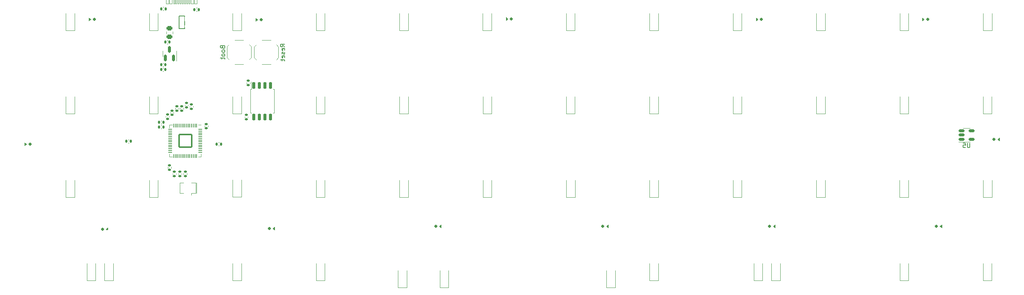
<source format=gbr>
%TF.GenerationSoftware,KiCad,Pcbnew,(6.0.7-1)-1*%
%TF.CreationDate,2022-08-22T03:12:19+03:00*%
%TF.ProjectId,Planck Drop In PCB,506c616e-636b-4204-9472-6f7020496e20,rev?*%
%TF.SameCoordinates,Original*%
%TF.FileFunction,Legend,Bot*%
%TF.FilePolarity,Positive*%
%FSLAX46Y46*%
G04 Gerber Fmt 4.6, Leading zero omitted, Abs format (unit mm)*
G04 Created by KiCad (PCBNEW (6.0.7-1)-1) date 2022-08-22 03:12:19*
%MOMM*%
%LPD*%
G01*
G04 APERTURE LIST*
G04 Aperture macros list*
%AMRoundRect*
0 Rectangle with rounded corners*
0 $1 Rounding radius*
0 $2 $3 $4 $5 $6 $7 $8 $9 X,Y pos of 4 corners*
0 Add a 4 corners polygon primitive as box body*
4,1,4,$2,$3,$4,$5,$6,$7,$8,$9,$2,$3,0*
0 Add four circle primitives for the rounded corners*
1,1,$1+$1,$2,$3*
1,1,$1+$1,$4,$5*
1,1,$1+$1,$6,$7*
1,1,$1+$1,$8,$9*
0 Add four rect primitives between the rounded corners*
20,1,$1+$1,$2,$3,$4,$5,0*
20,1,$1+$1,$4,$5,$6,$7,0*
20,1,$1+$1,$6,$7,$8,$9,0*
20,1,$1+$1,$8,$9,$2,$3,0*%
G04 Aperture macros list end*
%ADD10C,0.150000*%
%ADD11C,0.120000*%
%ADD12C,0.100000*%
%ADD13C,1.750000*%
%ADD14C,3.987800*%
%ADD15C,2.250000*%
%ADD16C,3.048000*%
%ADD17R,2.000000X2.000000*%
%ADD18C,2.000000*%
%ADD19R,2.000000X3.200000*%
%ADD20RoundRect,0.140000X0.140000X0.170000X-0.140000X0.170000X-0.140000X-0.170000X0.140000X-0.170000X0*%
%ADD21R,1.200000X0.900000*%
%ADD22RoundRect,0.175000X-0.175000X-0.175000X0.175000X-0.175000X0.175000X0.175000X-0.175000X0.175000X0*%
%ADD23R,0.700000X0.700000*%
%ADD24RoundRect,0.140000X0.170000X-0.140000X0.170000X0.140000X-0.170000X0.140000X-0.170000X-0.140000X0*%
%ADD25RoundRect,0.175000X0.175000X0.175000X-0.175000X0.175000X-0.175000X-0.175000X0.175000X-0.175000X0*%
%ADD26RoundRect,0.135000X-0.135000X-0.185000X0.135000X-0.185000X0.135000X0.185000X-0.135000X0.185000X0*%
%ADD27RoundRect,0.140000X-0.140000X-0.170000X0.140000X-0.170000X0.140000X0.170000X-0.140000X0.170000X0*%
%ADD28RoundRect,0.140000X-0.170000X0.140000X-0.170000X-0.140000X0.170000X-0.140000X0.170000X0.140000X0*%
%ADD29RoundRect,0.135000X0.135000X0.185000X-0.135000X0.185000X-0.135000X-0.185000X0.135000X-0.185000X0*%
%ADD30RoundRect,0.150000X-0.150000X0.650000X-0.150000X-0.650000X0.150000X-0.650000X0.150000X0.650000X0*%
%ADD31R,0.700000X1.000000*%
%ADD32R,0.700000X0.600000*%
%ADD33RoundRect,0.135000X-0.185000X0.135000X-0.185000X-0.135000X0.185000X-0.135000X0.185000X0.135000X0*%
%ADD34C,0.750000*%
%ADD35RoundRect,0.050000X-0.300000X-0.725000X0.300000X-0.725000X0.300000X0.725000X-0.300000X0.725000X0*%
%ADD36RoundRect,0.050000X-0.150000X-0.725000X0.150000X-0.725000X0.150000X0.725000X-0.150000X0.725000X0*%
%ADD37O,1.100000X1.700000*%
%ADD38O,1.100000X2.200000*%
%ADD39RoundRect,0.150000X0.150000X-0.587500X0.150000X0.587500X-0.150000X0.587500X-0.150000X-0.587500X0*%
%ADD40RoundRect,0.135000X0.185000X-0.135000X0.185000X0.135000X-0.185000X0.135000X-0.185000X-0.135000X0*%
%ADD41R,1.000000X1.700000*%
%ADD42R,0.400000X1.900000*%
%ADD43RoundRect,0.050000X0.387500X0.050000X-0.387500X0.050000X-0.387500X-0.050000X0.387500X-0.050000X0*%
%ADD44RoundRect,0.050000X0.050000X0.387500X-0.050000X0.387500X-0.050000X-0.387500X0.050000X-0.387500X0*%
%ADD45RoundRect,0.144000X1.456000X1.456000X-1.456000X1.456000X-1.456000X-1.456000X1.456000X-1.456000X0*%
%ADD46RoundRect,0.150000X-0.512500X-0.150000X0.512500X-0.150000X0.512500X0.150000X-0.512500X0.150000X0*%
%ADD47RoundRect,0.243750X-0.456250X0.243750X-0.456250X-0.243750X0.456250X-0.243750X0.456250X0.243750X0*%
%ADD48C,0.800000*%
%ADD49C,0.600000*%
G04 APERTURE END LIST*
D10*
%TO.C,SW6*%
X97092380Y-70991904D02*
X96616190Y-70658571D01*
X97092380Y-70420476D02*
X96092380Y-70420476D01*
X96092380Y-70801428D01*
X96140000Y-70896666D01*
X96187619Y-70944285D01*
X96282857Y-70991904D01*
X96425714Y-70991904D01*
X96520952Y-70944285D01*
X96568571Y-70896666D01*
X96616190Y-70801428D01*
X96616190Y-70420476D01*
X97044761Y-71801428D02*
X97092380Y-71706190D01*
X97092380Y-71515714D01*
X97044761Y-71420476D01*
X96949523Y-71372857D01*
X96568571Y-71372857D01*
X96473333Y-71420476D01*
X96425714Y-71515714D01*
X96425714Y-71706190D01*
X96473333Y-71801428D01*
X96568571Y-71849047D01*
X96663809Y-71849047D01*
X96759047Y-71372857D01*
X97044761Y-72230000D02*
X97092380Y-72325238D01*
X97092380Y-72515714D01*
X97044761Y-72610952D01*
X96949523Y-72658571D01*
X96901904Y-72658571D01*
X96806666Y-72610952D01*
X96759047Y-72515714D01*
X96759047Y-72372857D01*
X96711428Y-72277619D01*
X96616190Y-72230000D01*
X96568571Y-72230000D01*
X96473333Y-72277619D01*
X96425714Y-72372857D01*
X96425714Y-72515714D01*
X96473333Y-72610952D01*
X97044761Y-73468095D02*
X97092380Y-73372857D01*
X97092380Y-73182380D01*
X97044761Y-73087142D01*
X96949523Y-73039523D01*
X96568571Y-73039523D01*
X96473333Y-73087142D01*
X96425714Y-73182380D01*
X96425714Y-73372857D01*
X96473333Y-73468095D01*
X96568571Y-73515714D01*
X96663809Y-73515714D01*
X96759047Y-73039523D01*
X96425714Y-73801428D02*
X96425714Y-74182380D01*
X96092380Y-73944285D02*
X96949523Y-73944285D01*
X97044761Y-73991904D01*
X97092380Y-74087142D01*
X97092380Y-74182380D01*
%TO.C,U5*%
X253221904Y-92962380D02*
X253221904Y-93771904D01*
X253174285Y-93867142D01*
X253126666Y-93914761D01*
X253031428Y-93962380D01*
X252840952Y-93962380D01*
X252745714Y-93914761D01*
X252698095Y-93867142D01*
X252650476Y-93771904D01*
X252650476Y-92962380D01*
X251698095Y-92962380D02*
X252174285Y-92962380D01*
X252221904Y-93438571D01*
X252174285Y-93390952D01*
X252079047Y-93343333D01*
X251840952Y-93343333D01*
X251745714Y-93390952D01*
X251698095Y-93438571D01*
X251650476Y-93533809D01*
X251650476Y-93771904D01*
X251698095Y-93867142D01*
X251745714Y-93914761D01*
X251840952Y-93962380D01*
X252079047Y-93962380D01*
X252174285Y-93914761D01*
X252221904Y-93867142D01*
%TO.C,SW5*%
X82918571Y-71090952D02*
X82966190Y-71233809D01*
X83013809Y-71281428D01*
X83109047Y-71329047D01*
X83251904Y-71329047D01*
X83347142Y-71281428D01*
X83394761Y-71233809D01*
X83442380Y-71138571D01*
X83442380Y-70757619D01*
X82442380Y-70757619D01*
X82442380Y-71090952D01*
X82490000Y-71186190D01*
X82537619Y-71233809D01*
X82632857Y-71281428D01*
X82728095Y-71281428D01*
X82823333Y-71233809D01*
X82870952Y-71186190D01*
X82918571Y-71090952D01*
X82918571Y-70757619D01*
X83442380Y-71900476D02*
X83394761Y-71805238D01*
X83347142Y-71757619D01*
X83251904Y-71710000D01*
X82966190Y-71710000D01*
X82870952Y-71757619D01*
X82823333Y-71805238D01*
X82775714Y-71900476D01*
X82775714Y-72043333D01*
X82823333Y-72138571D01*
X82870952Y-72186190D01*
X82966190Y-72233809D01*
X83251904Y-72233809D01*
X83347142Y-72186190D01*
X83394761Y-72138571D01*
X83442380Y-72043333D01*
X83442380Y-71900476D01*
X83442380Y-72805238D02*
X83394761Y-72710000D01*
X83347142Y-72662380D01*
X83251904Y-72614761D01*
X82966190Y-72614761D01*
X82870952Y-72662380D01*
X82823333Y-72710000D01*
X82775714Y-72805238D01*
X82775714Y-72948095D01*
X82823333Y-73043333D01*
X82870952Y-73090952D01*
X82966190Y-73138571D01*
X83251904Y-73138571D01*
X83347142Y-73090952D01*
X83394761Y-73043333D01*
X83442380Y-72948095D01*
X83442380Y-72805238D01*
X82775714Y-73424285D02*
X82775714Y-73805238D01*
X82442380Y-73567142D02*
X83299523Y-73567142D01*
X83394761Y-73614761D01*
X83442380Y-73710000D01*
X83442380Y-73805238D01*
D11*
%TO.C,C2*%
X69497836Y-74750000D02*
X69282164Y-74750000D01*
X69497836Y-75470000D02*
X69282164Y-75470000D01*
%TO.C,D43*%
X237220000Y-105260000D02*
X237220000Y-101360000D01*
X239220000Y-105260000D02*
X237220000Y-105260000D01*
X239220000Y-105260000D02*
X239220000Y-101360000D01*
%TO.C,D9*%
X87220000Y-67260000D02*
X87220000Y-63360000D01*
X87220000Y-67260000D02*
X85220000Y-67260000D01*
X85220000Y-67260000D02*
X85220000Y-63360000D01*
%TO.C,D33*%
X201220000Y-67260000D02*
X199220000Y-67260000D01*
X201220000Y-67260000D02*
X201220000Y-63360000D01*
X199220000Y-67260000D02*
X199220000Y-63360000D01*
%TO.C,D21*%
X142220000Y-67260000D02*
X142220000Y-63360000D01*
X144220000Y-67260000D02*
X142220000Y-67260000D01*
X144220000Y-67260000D02*
X144220000Y-63360000D01*
%TO.C,D56*%
G36*
X56770000Y-112950000D02*
G01*
X56320000Y-112600000D01*
X56770000Y-112250000D01*
X56770000Y-112950000D01*
G37*
D12*
X56770000Y-112950000D02*
X56320000Y-112600000D01*
X56770000Y-112250000D01*
X56770000Y-112950000D01*
D11*
%TO.C,C6*%
X76200000Y-84737836D02*
X76200000Y-84522164D01*
X75480000Y-84737836D02*
X75480000Y-84522164D01*
%TO.C,C10*%
X69057836Y-88550000D02*
X68842164Y-88550000D01*
X69057836Y-87830000D02*
X68842164Y-87830000D01*
%TO.C,D50*%
G36*
X242790000Y-64730000D02*
G01*
X242340000Y-65080000D01*
X242340000Y-64380000D01*
X242790000Y-64730000D01*
G37*
D12*
X242790000Y-64730000D02*
X242340000Y-65080000D01*
X242340000Y-64380000D01*
X242790000Y-64730000D01*
D11*
%TO.C,D24*%
X134410000Y-125900000D02*
X134410000Y-122000000D01*
X134410000Y-125900000D02*
X132410000Y-125900000D01*
X132410000Y-125900000D02*
X132410000Y-122000000D01*
%TO.C,R2*%
X76866359Y-62910000D02*
X77173641Y-62910000D01*
X76866359Y-62150000D02*
X77173641Y-62150000D01*
%TO.C,D7*%
X68220000Y-105260000D02*
X66220000Y-105260000D01*
X66220000Y-105260000D02*
X66220000Y-101360000D01*
X68220000Y-105260000D02*
X68220000Y-101360000D01*
%TO.C,C7*%
X79590000Y-89207836D02*
X79590000Y-88992164D01*
X78870000Y-89207836D02*
X78870000Y-88992164D01*
%TO.C,C11*%
X81962164Y-93520000D02*
X82177836Y-93520000D01*
X81962164Y-92800000D02*
X82177836Y-92800000D01*
%TO.C,D54*%
G36*
X52910000Y-64740000D02*
G01*
X52460000Y-65090000D01*
X52460000Y-64390000D01*
X52910000Y-64740000D01*
G37*
D12*
X52910000Y-64740000D02*
X52460000Y-65090000D01*
X52460000Y-64390000D01*
X52910000Y-64740000D01*
D11*
%TO.C,D32*%
X182230000Y-124270000D02*
X180230000Y-124270000D01*
X182230000Y-124270000D02*
X182230000Y-120370000D01*
X180230000Y-124270000D02*
X180230000Y-120370000D01*
%TO.C,C12*%
X72850000Y-99862164D02*
X72850000Y-100077836D01*
X73570000Y-99862164D02*
X73570000Y-100077836D01*
%TO.C,R1*%
X69573641Y-61980000D02*
X69266359Y-61980000D01*
X69573641Y-62740000D02*
X69266359Y-62740000D01*
%TO.C,U4*%
X89235000Y-83370000D02*
X89235000Y-80645000D01*
X89235000Y-80645000D02*
X89495000Y-80645000D01*
X94685000Y-86095000D02*
X94425000Y-86095000D01*
X89235000Y-86095000D02*
X89495000Y-86095000D01*
X89495000Y-80645000D02*
X89495000Y-78970000D01*
X94685000Y-83370000D02*
X94685000Y-80645000D01*
X94685000Y-80645000D02*
X94425000Y-80645000D01*
X94685000Y-83370000D02*
X94685000Y-86095000D01*
X89235000Y-83370000D02*
X89235000Y-86095000D01*
%TO.C,D29*%
X180220000Y-67260000D02*
X180220000Y-63360000D01*
X182220000Y-67260000D02*
X182220000Y-63360000D01*
X182220000Y-67260000D02*
X180220000Y-67260000D01*
%TO.C,D25*%
X161220000Y-67260000D02*
X161220000Y-63360000D01*
X163220000Y-67260000D02*
X161220000Y-67260000D01*
X163220000Y-67260000D02*
X163220000Y-63360000D01*
%TO.C,C_LDO2*%
X69497836Y-76550000D02*
X69282164Y-76550000D01*
X69497836Y-75830000D02*
X69282164Y-75830000D01*
%TO.C,D61*%
G36*
X246800000Y-112230000D02*
G01*
X246350000Y-111880000D01*
X246800000Y-111530000D01*
X246800000Y-112230000D01*
G37*
D12*
X246800000Y-112230000D02*
X246350000Y-111880000D01*
X246800000Y-111530000D01*
X246800000Y-112230000D01*
D11*
%TO.C,C5*%
X69057836Y-89630000D02*
X68842164Y-89630000D01*
X69057836Y-88910000D02*
X68842164Y-88910000D01*
%TO.C,D44*%
X237230000Y-124260000D02*
X237230000Y-120360000D01*
X239230000Y-124260000D02*
X237230000Y-124260000D01*
X239230000Y-124260000D02*
X239230000Y-120360000D01*
%TO.C,D42*%
X239230000Y-86260000D02*
X239230000Y-82360000D01*
X239230000Y-86260000D02*
X237230000Y-86260000D01*
X237230000Y-86260000D02*
X237230000Y-82360000D01*
%TO.C,C9*%
X88690000Y-87107836D02*
X88690000Y-86892164D01*
X87970000Y-87107836D02*
X87970000Y-86892164D01*
%TO.C,D27*%
X163230000Y-105270000D02*
X161230000Y-105270000D01*
X163230000Y-105270000D02*
X163230000Y-101370000D01*
X161230000Y-105270000D02*
X161230000Y-101370000D01*
%TO.C,D58*%
G36*
X132740000Y-112260000D02*
G01*
X132290000Y-111910000D01*
X132740000Y-111560000D01*
X132740000Y-112260000D01*
G37*
D12*
X132740000Y-112260000D02*
X132290000Y-111910000D01*
X132740000Y-111560000D01*
X132740000Y-112260000D01*
D11*
%TO.C,D34*%
X201220000Y-86260000D02*
X199220000Y-86260000D01*
X201220000Y-86260000D02*
X201220000Y-82360000D01*
X199220000Y-86260000D02*
X199220000Y-82360000D01*
D10*
%TO.C,U2*%
X74280000Y-66870000D02*
X72980000Y-66870000D01*
X74280000Y-63970000D02*
X74280000Y-66870000D01*
X72980000Y-63970000D02*
X74280000Y-63970000D01*
X72980000Y-63970000D02*
X72980000Y-66870000D01*
D11*
%TO.C,R5*%
X72140000Y-84913859D02*
X72140000Y-85221141D01*
X72900000Y-84913859D02*
X72900000Y-85221141D01*
%TO.C,D10*%
X87220000Y-86260000D02*
X87220000Y-82360000D01*
X87220000Y-86260000D02*
X85220000Y-86260000D01*
X85220000Y-86260000D02*
X85220000Y-82360000D01*
%TO.C,D41*%
X239230000Y-67260000D02*
X237230000Y-67260000D01*
X237230000Y-67260000D02*
X237230000Y-63360000D01*
X239230000Y-67260000D02*
X239230000Y-63360000D01*
%TO.C,D51*%
G36*
X204920000Y-64730000D02*
G01*
X204470000Y-65080000D01*
X204470000Y-64380000D01*
X204920000Y-64730000D01*
G37*
D12*
X204920000Y-64730000D02*
X204470000Y-65080000D01*
X204470000Y-64380000D01*
X204920000Y-64730000D01*
D11*
%TO.C,R4*%
X73230000Y-84906359D02*
X73230000Y-85213641D01*
X73990000Y-84906359D02*
X73990000Y-85213641D01*
%TO.C,U1*%
X72380000Y-72570000D02*
X72380000Y-74245000D01*
X72380000Y-72570000D02*
X72380000Y-71920000D01*
X69260000Y-72570000D02*
X69260000Y-71920000D01*
X69260000Y-72570000D02*
X69260000Y-73220000D01*
%TO.C,D4*%
X53980000Y-124270000D02*
X51980000Y-124270000D01*
X51980000Y-124270000D02*
X51980000Y-120370000D01*
X53980000Y-124270000D02*
X53980000Y-120370000D01*
%TO.C,D20*%
X124910000Y-125890000D02*
X122910000Y-125890000D01*
X124910000Y-125890000D02*
X124910000Y-121990000D01*
X122910000Y-125890000D02*
X122910000Y-121990000D01*
%TO.C,D1*%
X49230000Y-67260000D02*
X47230000Y-67260000D01*
X49230000Y-67260000D02*
X49230000Y-63360000D01*
X47230000Y-67260000D02*
X47230000Y-63360000D01*
%TO.C,D46*%
X258220000Y-86260000D02*
X256220000Y-86260000D01*
X256220000Y-86260000D02*
X256220000Y-82360000D01*
X258220000Y-86260000D02*
X258220000Y-82360000D01*
%TO.C,R3*%
X71200000Y-98683641D02*
X71200000Y-98376359D01*
X70440000Y-98683641D02*
X70440000Y-98376359D01*
%TO.C,D12*%
X87230000Y-124260000D02*
X87230000Y-120360000D01*
X87230000Y-124260000D02*
X85230000Y-124260000D01*
X85230000Y-124260000D02*
X85230000Y-120360000D01*
%TO.C,R7*%
X74790000Y-100113641D02*
X74790000Y-99806359D01*
X74030000Y-100113641D02*
X74030000Y-99806359D01*
%TO.C,D13*%
X104220000Y-67260000D02*
X104220000Y-63360000D01*
X106220000Y-67260000D02*
X104220000Y-67260000D01*
X106220000Y-67260000D02*
X106220000Y-63360000D01*
%TO.C,D6*%
X68220000Y-86260000D02*
X66220000Y-86260000D01*
X68220000Y-86260000D02*
X68220000Y-82360000D01*
X66220000Y-86260000D02*
X66220000Y-82360000D01*
%TO.C,D53*%
G36*
X90930000Y-64850000D02*
G01*
X90480000Y-65200000D01*
X90480000Y-64500000D01*
X90930000Y-64850000D01*
G37*
D12*
X90930000Y-64850000D02*
X90480000Y-65200000D01*
X90480000Y-64500000D01*
X90930000Y-64850000D01*
D11*
%TO.C,R6*%
X88390000Y-79096359D02*
X88390000Y-79403641D01*
X89150000Y-79096359D02*
X89150000Y-79403641D01*
%TO.C,D36*%
X205980000Y-124260000D02*
X203980000Y-124260000D01*
X203980000Y-124260000D02*
X203980000Y-120360000D01*
X205980000Y-124260000D02*
X205980000Y-120360000D01*
%TO.C,D19*%
X123220000Y-105260000D02*
X123220000Y-101360000D01*
X125220000Y-105260000D02*
X123220000Y-105260000D01*
X125220000Y-105260000D02*
X125220000Y-101360000D01*
%TO.C,D15*%
X106220000Y-105270000D02*
X106220000Y-101370000D01*
X104220000Y-105270000D02*
X104220000Y-101370000D01*
X106220000Y-105270000D02*
X104220000Y-105270000D01*
%TO.C,D26*%
X163220000Y-86260000D02*
X161220000Y-86260000D01*
X163220000Y-86260000D02*
X163220000Y-82360000D01*
X161220000Y-86260000D02*
X161220000Y-82360000D01*
%TO.C,SW6*%
X95190000Y-70530000D02*
X95640000Y-70980000D01*
X91890000Y-74980000D02*
X93890000Y-74980000D01*
X95190000Y-73930000D02*
X95640000Y-73480000D01*
X90590000Y-70530000D02*
X90140000Y-70980000D01*
X95640000Y-70980000D02*
X95640000Y-73480000D01*
X90140000Y-70980000D02*
X90140000Y-73480000D01*
X90590000Y-73930000D02*
X90140000Y-73480000D01*
X91890000Y-69480000D02*
X93890000Y-69480000D01*
%TO.C,D22*%
X142230000Y-86260000D02*
X142230000Y-82360000D01*
X144230000Y-86260000D02*
X144230000Y-82360000D01*
X144230000Y-86260000D02*
X142230000Y-86260000D01*
%TO.C,C4*%
X69990000Y-87017836D02*
X69990000Y-86802164D01*
X70710000Y-87017836D02*
X70710000Y-86802164D01*
%TO.C,D52*%
G36*
X147930000Y-64620000D02*
G01*
X147480000Y-64970000D01*
X147480000Y-64270000D01*
X147930000Y-64620000D01*
G37*
D12*
X147930000Y-64620000D02*
X147480000Y-64970000D01*
X147480000Y-64270000D01*
X147930000Y-64620000D01*
%TO.C,D59*%
G36*
X170800000Y-112240000D02*
G01*
X170350000Y-111890000D01*
X170800000Y-111540000D01*
X170800000Y-112240000D01*
G37*
X170800000Y-112240000D02*
X170350000Y-111890000D01*
X170800000Y-111540000D01*
X170800000Y-112240000D01*
D11*
%TO.C,D28*%
X172420000Y-125890000D02*
X170420000Y-125890000D01*
X170420000Y-125890000D02*
X170420000Y-121990000D01*
X172420000Y-125890000D02*
X172420000Y-121990000D01*
%TO.C,D38*%
X220230000Y-86260000D02*
X220230000Y-82360000D01*
X218230000Y-86260000D02*
X218230000Y-82360000D01*
X220230000Y-86260000D02*
X218230000Y-86260000D01*
%TO.C,D30*%
X180230000Y-86260000D02*
X180230000Y-82360000D01*
X182230000Y-86260000D02*
X180230000Y-86260000D01*
X182230000Y-86260000D02*
X182230000Y-82360000D01*
%TO.C,C8*%
X61597836Y-92180000D02*
X61382164Y-92180000D01*
X61597836Y-92900000D02*
X61382164Y-92900000D01*
%TO.C,D2*%
X47220000Y-86270000D02*
X47220000Y-82370000D01*
X49220000Y-86270000D02*
X49220000Y-82370000D01*
X49220000Y-86270000D02*
X47220000Y-86270000D01*
%TO.C,D18*%
X123220000Y-86260000D02*
X123220000Y-82360000D01*
X125220000Y-86260000D02*
X125220000Y-82360000D01*
X125220000Y-86260000D02*
X123220000Y-86260000D01*
%TO.C,Y1*%
X75820000Y-104370000D02*
X75820000Y-104770000D01*
X76820000Y-103970000D02*
X76820000Y-104370000D01*
X73220000Y-101970000D02*
X73220000Y-103970000D01*
X77020000Y-101970000D02*
X77020000Y-103970000D01*
X77020000Y-103970000D02*
X77020000Y-104370000D01*
X76820000Y-103970000D02*
X76820000Y-101970000D01*
X75820000Y-104370000D02*
X76820000Y-104370000D01*
X73220000Y-104370000D02*
X74020000Y-104370000D01*
X74020000Y-101970000D02*
X73220000Y-101970000D01*
X76820000Y-101970000D02*
X75820000Y-101970000D01*
X73220000Y-103970000D02*
X73220000Y-104370000D01*
%TO.C,D14*%
X106220000Y-86260000D02*
X104220000Y-86260000D01*
X104220000Y-86260000D02*
X104220000Y-82360000D01*
X106220000Y-86260000D02*
X106220000Y-82360000D01*
%TO.C,D35*%
X199230000Y-105260000D02*
X199230000Y-101360000D01*
X201230000Y-105260000D02*
X201230000Y-101360000D01*
X201230000Y-105260000D02*
X199230000Y-105260000D01*
%TO.C,D3*%
X47230000Y-105260000D02*
X47230000Y-101360000D01*
X49230000Y-105260000D02*
X49230000Y-101360000D01*
X49230000Y-105260000D02*
X47230000Y-105260000D01*
%TO.C,D8*%
X58000000Y-124280000D02*
X58000000Y-120380000D01*
X56000000Y-124280000D02*
X56000000Y-120380000D01*
X58000000Y-124280000D02*
X56000000Y-124280000D01*
%TO.C,D48*%
X256220000Y-124260000D02*
X256220000Y-120360000D01*
X258220000Y-124260000D02*
X256220000Y-124260000D01*
X258220000Y-124260000D02*
X258220000Y-120360000D01*
%TO.C,D17*%
X125230000Y-67270000D02*
X123230000Y-67270000D01*
X125230000Y-67270000D02*
X125230000Y-63370000D01*
X123230000Y-67270000D02*
X123230000Y-63370000D01*
%TO.C,D11*%
X87220000Y-105250000D02*
X87220000Y-101350000D01*
X85220000Y-105250000D02*
X85220000Y-101350000D01*
X87220000Y-105250000D02*
X85220000Y-105250000D01*
%TO.C,C13*%
X74350000Y-84417836D02*
X74350000Y-84202164D01*
X75070000Y-84417836D02*
X75070000Y-84202164D01*
%TO.C,U3*%
X70812500Y-96027500D02*
X70812500Y-95377500D01*
X71462500Y-88807500D02*
X70812500Y-88807500D01*
X77382500Y-96027500D02*
X78032500Y-96027500D01*
X78032500Y-96027500D02*
X78032500Y-95377500D01*
X77382500Y-88807500D02*
X78032500Y-88807500D01*
X70812500Y-88807500D02*
X70812500Y-89457500D01*
X71462500Y-96027500D02*
X70812500Y-96027500D01*
%TO.C,D49*%
G36*
X259950000Y-92420000D02*
G01*
X259500000Y-92070000D01*
X259950000Y-91720000D01*
X259950000Y-92420000D01*
G37*
D12*
X259950000Y-92420000D02*
X259500000Y-92070000D01*
X259950000Y-91720000D01*
X259950000Y-92420000D01*
%TO.C,D55*%
G36*
X38260000Y-93170000D02*
G01*
X37810000Y-93520000D01*
X37810000Y-92820000D01*
X38260000Y-93170000D01*
G37*
X38260000Y-93170000D02*
X37810000Y-93520000D01*
X37810000Y-92820000D01*
X38260000Y-93170000D01*
D11*
%TO.C,D31*%
X180230000Y-105260000D02*
X180230000Y-101360000D01*
X182230000Y-105260000D02*
X180230000Y-105260000D01*
X182230000Y-105260000D02*
X182230000Y-101360000D01*
%TO.C,U5*%
X252460000Y-89550000D02*
X253260000Y-89550000D01*
X252460000Y-92670000D02*
X253260000Y-92670000D01*
X252460000Y-89550000D02*
X251660000Y-89550000D01*
X252460000Y-92670000D02*
X250660000Y-92670000D01*
%TO.C,D5*%
X68220000Y-67260000D02*
X66220000Y-67260000D01*
X68220000Y-67260000D02*
X68220000Y-63360000D01*
X66220000Y-67260000D02*
X66220000Y-63360000D01*
%TO.C,C3*%
X72310000Y-99862164D02*
X72310000Y-100077836D01*
X71590000Y-99862164D02*
X71590000Y-100077836D01*
%TO.C,D40*%
X209990000Y-124260000D02*
X209990000Y-120360000D01*
X209990000Y-124260000D02*
X207990000Y-124260000D01*
X207990000Y-124260000D02*
X207990000Y-120360000D01*
%TO.C,D39*%
X220220000Y-105260000D02*
X220220000Y-101360000D01*
X218220000Y-105260000D02*
X218220000Y-101360000D01*
X220220000Y-105260000D02*
X218220000Y-105260000D01*
%TO.C,D47*%
X258230000Y-105260000D02*
X258230000Y-101360000D01*
X258230000Y-105260000D02*
X256230000Y-105260000D01*
X256230000Y-105260000D02*
X256230000Y-101360000D01*
%TO.C,D60*%
G36*
X208820000Y-112260000D02*
G01*
X208370000Y-111910000D01*
X208820000Y-111560000D01*
X208820000Y-112260000D01*
G37*
D12*
X208820000Y-112260000D02*
X208370000Y-111910000D01*
X208820000Y-111560000D01*
X208820000Y-112260000D01*
D11*
%TO.C,C1*%
X71060000Y-86127836D02*
X71060000Y-85912164D01*
X71780000Y-86127836D02*
X71780000Y-85912164D01*
%TO.C,D16*%
X104230000Y-124260000D02*
X104230000Y-120360000D01*
X106230000Y-124260000D02*
X104230000Y-124260000D01*
X106230000Y-124260000D02*
X106230000Y-120360000D01*
%TO.C,C_LDO1*%
X70447836Y-69570000D02*
X70232164Y-69570000D01*
X70447836Y-70290000D02*
X70232164Y-70290000D01*
%TO.C,D37*%
X218230000Y-67260000D02*
X218230000Y-63360000D01*
X220230000Y-67260000D02*
X218230000Y-67260000D01*
X220230000Y-67260000D02*
X220230000Y-63360000D01*
%TO.C,D23*%
X144230000Y-105260000D02*
X142230000Y-105260000D01*
X142230000Y-105260000D02*
X142230000Y-101360000D01*
X144230000Y-105260000D02*
X144230000Y-101360000D01*
%TO.C,SW5*%
X83930000Y-70960000D02*
X83930000Y-73460000D01*
X88980000Y-70510000D02*
X89430000Y-70960000D01*
X85680000Y-74960000D02*
X87680000Y-74960000D01*
X85680000Y-69460000D02*
X87680000Y-69460000D01*
X84380000Y-70510000D02*
X83930000Y-70960000D01*
X88980000Y-73910000D02*
X89430000Y-73460000D01*
X84380000Y-73910000D02*
X83930000Y-73460000D01*
X89430000Y-70960000D02*
X89430000Y-73460000D01*
%TO.C,D57*%
G36*
X94780000Y-112770000D02*
G01*
X94330000Y-112420000D01*
X94780000Y-112070000D01*
X94780000Y-112770000D01*
G37*
D12*
X94780000Y-112770000D02*
X94330000Y-112420000D01*
X94780000Y-112070000D01*
X94780000Y-112770000D01*
D11*
%TO.C,F1*%
X71540000Y-67491422D02*
X71540000Y-68008578D01*
X70120000Y-67491422D02*
X70120000Y-68008578D01*
%TO.C,D45*%
X258230000Y-67260000D02*
X256230000Y-67260000D01*
X258230000Y-67260000D02*
X258230000Y-63360000D01*
X256230000Y-67260000D02*
X256230000Y-63360000D01*
%TD*%
%LPC*%
D13*
%TO.C,MX36*%
X173045075Y-64125027D03*
X183205075Y-64125027D03*
D14*
X178125075Y-64125027D03*
D15*
X174315075Y-61585027D03*
X180665075Y-59045027D03*
%TD*%
D16*
%TO.C,MX35*%
X180531321Y-128110051D03*
D13*
X163545071Y-121125051D03*
D14*
X180531321Y-112870051D03*
X156718821Y-112870051D03*
X168625071Y-121125051D03*
D13*
X173705071Y-121125051D03*
D16*
X156718821Y-128110051D03*
D15*
X164815071Y-118585051D03*
X171165071Y-116045051D03*
%TD*%
D13*
%TO.C,MX9*%
X69205027Y-121125051D03*
X59045027Y-121125051D03*
D14*
X64125027Y-121125051D03*
D15*
X60315027Y-118585051D03*
X66665027Y-116045051D03*
%TD*%
D13*
%TO.C,MX49*%
X240205099Y-64125027D03*
D14*
X235125099Y-64125027D03*
D13*
X230045099Y-64125027D03*
D15*
X231315099Y-61585027D03*
X237665099Y-59045027D03*
%TD*%
D13*
%TO.C,MX42*%
X202205083Y-83125035D03*
X192045083Y-83125035D03*
D14*
X197125083Y-83125035D03*
D15*
X193315083Y-80585035D03*
X199665083Y-78045035D03*
%TD*%
D14*
%TO.C,MX52*%
X235125099Y-121125051D03*
D13*
X240205099Y-121125051D03*
X230045099Y-121125051D03*
D15*
X231315099Y-118585051D03*
X237665099Y-116045051D03*
%TD*%
D16*
%TO.C,MX30*%
X137718813Y-128110051D03*
D13*
X154705063Y-121125051D03*
D14*
X137718813Y-112870051D03*
D16*
X161531313Y-128110051D03*
D13*
X144545063Y-121125051D03*
D14*
X149625063Y-121125051D03*
X161531313Y-112870051D03*
D15*
X145815063Y-118585051D03*
X152165063Y-116045051D03*
%TD*%
D13*
%TO.C,MX21*%
X116045051Y-83125035D03*
D14*
X121125051Y-83125035D03*
D13*
X126205051Y-83125035D03*
D15*
X117315051Y-80585035D03*
X123665051Y-78045035D03*
%TD*%
D14*
%TO.C,MX53*%
X225625095Y-121125051D03*
D13*
X230705095Y-121125051D03*
X220545095Y-121125051D03*
D15*
X221815095Y-118585051D03*
X228165095Y-116045051D03*
%TD*%
D14*
%TO.C,MX4*%
X45125019Y-121125051D03*
D13*
X50205019Y-121125051D03*
X40045019Y-121125051D03*
D15*
X41315019Y-118585051D03*
X47665019Y-116045051D03*
%TD*%
D13*
%TO.C,MX44*%
X196795085Y-121125051D03*
D14*
X201875085Y-121125051D03*
D13*
X206955085Y-121125051D03*
D15*
X198065085Y-118585051D03*
X204415085Y-116045051D03*
%TD*%
D13*
%TO.C,MX34*%
X154045067Y-121125051D03*
X164205067Y-121125051D03*
D14*
X159125067Y-121125051D03*
D15*
X155315067Y-118585051D03*
X161665067Y-116045051D03*
%TD*%
D13*
%TO.C,MX32*%
X154045067Y-83125035D03*
D14*
X159125067Y-83125035D03*
D13*
X164205067Y-83125035D03*
D15*
X155315067Y-80585035D03*
X161665067Y-78045035D03*
%TD*%
D13*
%TO.C,MX19*%
X92295041Y-121125051D03*
D14*
X97375041Y-121125051D03*
D13*
X102455041Y-121125051D03*
D15*
X93565041Y-118585051D03*
X99915041Y-116045051D03*
%TD*%
D13*
%TO.C,MX38*%
X173045075Y-102125043D03*
X183205075Y-102125043D03*
D14*
X178125075Y-102125043D03*
D15*
X174315075Y-99585043D03*
X180665075Y-97045043D03*
%TD*%
D13*
%TO.C,MX5*%
X44795021Y-121125051D03*
D14*
X49875021Y-121125051D03*
D13*
X54955021Y-121125051D03*
D15*
X46065021Y-118585051D03*
X52415021Y-116045051D03*
%TD*%
D13*
%TO.C,MX2*%
X40045019Y-83125027D03*
D14*
X45125019Y-83125027D03*
D13*
X50205019Y-83125027D03*
D15*
X41315019Y-80585027D03*
X47665019Y-78045027D03*
%TD*%
D13*
%TO.C,MX7*%
X59045027Y-83125035D03*
X69205027Y-83125035D03*
D14*
X64125027Y-83125035D03*
D15*
X60315027Y-80585035D03*
X66665027Y-78045035D03*
%TD*%
D14*
%TO.C,MX48*%
X216125091Y-121125051D03*
D13*
X211045091Y-121125051D03*
X221205091Y-121125051D03*
D15*
X212315091Y-118585051D03*
X218665091Y-116045051D03*
%TD*%
D14*
%TO.C,MX43*%
X197125083Y-102125043D03*
D13*
X192045083Y-102125043D03*
X202205083Y-102125043D03*
D15*
X193315083Y-99585043D03*
X199665083Y-97045043D03*
%TD*%
D17*
%TO.C,SW4*%
X251625107Y-128633333D03*
D18*
X256625107Y-128633333D03*
X254125107Y-128633333D03*
D19*
X248525107Y-121133333D03*
X259725107Y-121133333D03*
D18*
X256625107Y-114133333D03*
X251625107Y-114133333D03*
%TD*%
D14*
%TO.C,MX3*%
X45125019Y-102125043D03*
D13*
X50205019Y-102125043D03*
X40045019Y-102125043D03*
D15*
X41315019Y-99585043D03*
X47665019Y-97045043D03*
%TD*%
D13*
%TO.C,MX10*%
X68545031Y-121125051D03*
D14*
X73625031Y-121125051D03*
D13*
X78705031Y-121125051D03*
D15*
X69815031Y-118585051D03*
X76165031Y-116045051D03*
%TD*%
D17*
%TO.C,SW1*%
X42625019Y-71658333D03*
D18*
X47625019Y-71658333D03*
X45125019Y-71658333D03*
D19*
X39525019Y-64158333D03*
X50725019Y-64158333D03*
D18*
X47625019Y-57158333D03*
X42625019Y-57158333D03*
%TD*%
D14*
%TO.C,MX13*%
X83125035Y-83125035D03*
D13*
X78045035Y-83125035D03*
X88205035Y-83125035D03*
D15*
X79315035Y-80585035D03*
X85665035Y-78045035D03*
%TD*%
D14*
%TO.C,MX16*%
X102125043Y-64125027D03*
D13*
X97045043Y-64125027D03*
X107205043Y-64125027D03*
D15*
X98315043Y-61585027D03*
X104665043Y-59045027D03*
%TD*%
D13*
%TO.C,MX11*%
X73295033Y-121125051D03*
X83455033Y-121125051D03*
D14*
X78375033Y-121125051D03*
D15*
X74565033Y-118585051D03*
X80915033Y-116045051D03*
%TD*%
D13*
%TO.C,MX24*%
X116045051Y-121125051D03*
X126205051Y-121125051D03*
D14*
X140175051Y-112870051D03*
D16*
X102075051Y-128110051D03*
X140175051Y-128110051D03*
D14*
X121125051Y-121125051D03*
X102075051Y-112870051D03*
D15*
X117315051Y-118585051D03*
X123665051Y-116045051D03*
%TD*%
D13*
%TO.C,MX37*%
X183205075Y-83125035D03*
D14*
X178125075Y-83125035D03*
D13*
X173045075Y-83125035D03*
D15*
X174315075Y-80585035D03*
X180665075Y-78045035D03*
%TD*%
D13*
%TO.C,MX6*%
X59045027Y-64125027D03*
D14*
X64125027Y-64125027D03*
D13*
X69205027Y-64125027D03*
D15*
X60315027Y-61585027D03*
X66665027Y-59045027D03*
%TD*%
D13*
%TO.C,MX22*%
X116045051Y-102125043D03*
X126205051Y-102125043D03*
D14*
X121125051Y-102125043D03*
D15*
X117315051Y-99585043D03*
X123665051Y-97045043D03*
%TD*%
D13*
%TO.C,MX19*%
X97045043Y-121125051D03*
X107205043Y-121125051D03*
D14*
X102125043Y-121125051D03*
D15*
X98315043Y-118585051D03*
X104665043Y-116045051D03*
%TD*%
D13*
%TO.C,MX31*%
X164205067Y-64125027D03*
D14*
X159125067Y-64125027D03*
D13*
X154045067Y-64125027D03*
D15*
X155315067Y-61585027D03*
X161665067Y-59045027D03*
%TD*%
D13*
%TO.C,MX25*%
X135045059Y-64125027D03*
D14*
X140125059Y-64125027D03*
D13*
X145205059Y-64125027D03*
D15*
X136315059Y-61585027D03*
X142665059Y-59045027D03*
%TD*%
D13*
%TO.C,MX17*%
X97045043Y-83125035D03*
D14*
X102125043Y-83125035D03*
D13*
X107205043Y-83125035D03*
D15*
X98315043Y-80585035D03*
X104665043Y-78045035D03*
%TD*%
D13*
%TO.C,MX45*%
X221205091Y-64125027D03*
X211045091Y-64125027D03*
D14*
X216125091Y-64125027D03*
D15*
X212315091Y-61585027D03*
X218665091Y-59045027D03*
%TD*%
D14*
%TO.C,MX28*%
X140125059Y-121125051D03*
D13*
X145205059Y-121125051D03*
X135045059Y-121125051D03*
D15*
X136315059Y-118585051D03*
X142665059Y-116045051D03*
%TD*%
D17*
%TO.C,SW3*%
X251625107Y-71608333D03*
D18*
X256625107Y-71608333D03*
X254125107Y-71608333D03*
D19*
X259725107Y-64108333D03*
X248525107Y-64108333D03*
D18*
X256625107Y-57108333D03*
X251625107Y-57108333D03*
%TD*%
D13*
%TO.C,MX15*%
X88205035Y-121125051D03*
X78045035Y-121125051D03*
D14*
X83125035Y-121125051D03*
D15*
X79315035Y-118585051D03*
X85665035Y-116045051D03*
%TD*%
D13*
%TO.C,MX54*%
X225955093Y-121125051D03*
D14*
X220875093Y-121125051D03*
D13*
X215795093Y-121125051D03*
D15*
X217065093Y-118585051D03*
X223415093Y-116045051D03*
%TD*%
D13*
%TO.C,MX59*%
X244295105Y-121125051D03*
X254455105Y-121125051D03*
D14*
X249375105Y-121125051D03*
D15*
X245565105Y-118585051D03*
X251915105Y-116045051D03*
%TD*%
D14*
%TO.C,MX39*%
X178125075Y-121125051D03*
D13*
X183205075Y-121125051D03*
X173045075Y-121125051D03*
D15*
X174315075Y-118585051D03*
X180665075Y-116045051D03*
%TD*%
D16*
%TO.C,MX40*%
X159075075Y-128110051D03*
D14*
X178125075Y-121125051D03*
D16*
X197175075Y-128110051D03*
D13*
X173045075Y-121125051D03*
X183205075Y-121125051D03*
D14*
X197175075Y-112870051D03*
X159075075Y-112870051D03*
D15*
X174315075Y-118585051D03*
X180665075Y-116045051D03*
%TD*%
D13*
%TO.C,MX44*%
X202205083Y-121125051D03*
D14*
X197125083Y-121125051D03*
D13*
X192045083Y-121125051D03*
D15*
X193315083Y-118585051D03*
X199665083Y-116045051D03*
%TD*%
D13*
%TO.C,MX14*%
X88205035Y-102125043D03*
D14*
X83125035Y-102125043D03*
D13*
X78045035Y-102125043D03*
D15*
X79315035Y-99585043D03*
X85665035Y-97045043D03*
%TD*%
D14*
%TO.C,MX51*%
X235125099Y-102125043D03*
D13*
X240205099Y-102125043D03*
X230045099Y-102125043D03*
D15*
X231315099Y-99585043D03*
X237665099Y-97045043D03*
%TD*%
D14*
%TO.C,MX57*%
X254125107Y-102125043D03*
D13*
X249045107Y-102125043D03*
X259205107Y-102125043D03*
D15*
X250315107Y-99585043D03*
X256665107Y-97045043D03*
%TD*%
D13*
%TO.C,MX27*%
X135045059Y-102125043D03*
D14*
X140125059Y-102125043D03*
D13*
X145205059Y-102125043D03*
D15*
X136315059Y-99585043D03*
X142665059Y-97045043D03*
%TD*%
D13*
%TO.C,MX8*%
X59045027Y-102125043D03*
D14*
X64125027Y-102125043D03*
D13*
X69205027Y-102125043D03*
D15*
X60315027Y-99585043D03*
X66665027Y-97045043D03*
%TD*%
D14*
%TO.C,MX56*%
X254125107Y-83125035D03*
D13*
X249045107Y-83125035D03*
X259205107Y-83125035D03*
D15*
X250315107Y-80585035D03*
X256665107Y-78045035D03*
%TD*%
D13*
%TO.C,MX46*%
X211045091Y-83125035D03*
D14*
X216125091Y-83125035D03*
D13*
X221205091Y-83125035D03*
D15*
X212315091Y-80585035D03*
X218665091Y-78045035D03*
%TD*%
D13*
%TO.C,MX18*%
X97045043Y-102125043D03*
D14*
X102125043Y-102125043D03*
D13*
X107205043Y-102125043D03*
D15*
X98315043Y-99585043D03*
X104665043Y-97045043D03*
%TD*%
D13*
%TO.C,MX41*%
X202205083Y-64125027D03*
D14*
X197125083Y-64125027D03*
D13*
X192045083Y-64125027D03*
D15*
X193315083Y-61585027D03*
X199665083Y-59045027D03*
%TD*%
D13*
%TO.C,MX58*%
X249045107Y-121125051D03*
X259205107Y-121125051D03*
D14*
X254125107Y-121125051D03*
D15*
X250315107Y-118585051D03*
X256665107Y-116045051D03*
%TD*%
D13*
%TO.C,MX12*%
X88205035Y-64125027D03*
X78045035Y-64125027D03*
D14*
X83125035Y-64125027D03*
D15*
X79315035Y-61585027D03*
X85665035Y-59045027D03*
%TD*%
D13*
%TO.C,MX47*%
X211045091Y-102125043D03*
X221205091Y-102125043D03*
D14*
X216125091Y-102125043D03*
D15*
X212315091Y-99585043D03*
X218665091Y-97045043D03*
%TD*%
D17*
%TO.C,SW2*%
X42625019Y-128633333D03*
D18*
X47625019Y-128633333D03*
X45125019Y-128633333D03*
D19*
X39525019Y-121133333D03*
X50725019Y-121133333D03*
D18*
X47625019Y-114133333D03*
X42625019Y-114133333D03*
%TD*%
D13*
%TO.C,MX55*%
X259205107Y-64125027D03*
X249045107Y-64125027D03*
D14*
X254125107Y-64125027D03*
D15*
X250315107Y-61585027D03*
X256665107Y-59045027D03*
%TD*%
D14*
%TO.C,MX26*%
X140125059Y-83125035D03*
D13*
X145205059Y-83125035D03*
X135045059Y-83125035D03*
D15*
X136315059Y-80585035D03*
X142665059Y-78045035D03*
%TD*%
D13*
%TO.C,MX20*%
X116045051Y-64125027D03*
X126205051Y-64125027D03*
D14*
X121125051Y-64125027D03*
D15*
X117315051Y-61585027D03*
X123665051Y-59045027D03*
%TD*%
D14*
%TO.C,MX23*%
X121125051Y-121125051D03*
D13*
X116045051Y-121125051D03*
X126205051Y-121125051D03*
D15*
X117315051Y-118585051D03*
X123665051Y-116045051D03*
%TD*%
D14*
%TO.C,MX29*%
X142531305Y-112870051D03*
D16*
X118718805Y-128110051D03*
D13*
X135705055Y-121125051D03*
D14*
X130625055Y-121125051D03*
X118718805Y-112870051D03*
D13*
X125545055Y-121125051D03*
D16*
X142531305Y-128110051D03*
D15*
X126815055Y-118585051D03*
X133165055Y-116045051D03*
%TD*%
D14*
%TO.C,MX50*%
X235125099Y-83125035D03*
D13*
X240205099Y-83125035D03*
X230045099Y-83125035D03*
D15*
X231315099Y-80585035D03*
X237665099Y-78045035D03*
%TD*%
D13*
%TO.C,MX33*%
X164205067Y-102125043D03*
D14*
X159125067Y-102125043D03*
D13*
X154045067Y-102125043D03*
D15*
X155315067Y-99585043D03*
X161665067Y-97045043D03*
%TD*%
D13*
%TO.C,MX1*%
X40045019Y-64125027D03*
D14*
X45125019Y-64125027D03*
D13*
X50205019Y-64125027D03*
D15*
X41315019Y-61585027D03*
X47665019Y-59045027D03*
%TD*%
D20*
%TO.C,C2*%
X69870000Y-75110000D03*
X68910000Y-75110000D03*
%TD*%
D21*
%TO.C,D43*%
X238220000Y-104660000D03*
X238220000Y-101360000D03*
%TD*%
%TO.C,D9*%
X86220000Y-66660000D03*
X86220000Y-63360000D03*
%TD*%
%TO.C,D33*%
X200220000Y-66660000D03*
X200220000Y-63360000D03*
%TD*%
%TO.C,D21*%
X143220000Y-66660000D03*
X143220000Y-63360000D03*
%TD*%
D22*
%TO.C,D56*%
X55535000Y-112600000D03*
D23*
X55535000Y-113700000D03*
X53705000Y-113700000D03*
X53705000Y-112600000D03*
%TD*%
D24*
%TO.C,C6*%
X75840000Y-85110000D03*
X75840000Y-84150000D03*
%TD*%
D20*
%TO.C,C10*%
X69430000Y-88190000D03*
X68470000Y-88190000D03*
%TD*%
D25*
%TO.C,D50*%
X243575000Y-64730000D03*
D23*
X243575000Y-63630000D03*
X245405000Y-63630000D03*
X245405000Y-64730000D03*
%TD*%
D21*
%TO.C,D24*%
X133410000Y-125300000D03*
X133410000Y-122000000D03*
%TD*%
D26*
%TO.C,R2*%
X76510000Y-62530000D03*
X77530000Y-62530000D03*
%TD*%
D21*
%TO.C,D7*%
X67220000Y-104660000D03*
X67220000Y-101360000D03*
%TD*%
D24*
%TO.C,C7*%
X79230000Y-89580000D03*
X79230000Y-88620000D03*
%TD*%
D27*
%TO.C,C11*%
X81590000Y-93160000D03*
X82550000Y-93160000D03*
%TD*%
D25*
%TO.C,D54*%
X53695000Y-64740000D03*
D23*
X53695000Y-63640000D03*
X55525000Y-63640000D03*
X55525000Y-64740000D03*
%TD*%
D21*
%TO.C,D32*%
X181230000Y-123670000D03*
X181230000Y-120370000D03*
%TD*%
D28*
%TO.C,C12*%
X73210000Y-99490000D03*
X73210000Y-100450000D03*
%TD*%
D29*
%TO.C,R1*%
X69930000Y-62360000D03*
X68910000Y-62360000D03*
%TD*%
D30*
%TO.C,U4*%
X90055000Y-79770000D03*
X91325000Y-79770000D03*
X92595000Y-79770000D03*
X93865000Y-79770000D03*
X93865000Y-86970000D03*
X92595000Y-86970000D03*
X91325000Y-86970000D03*
X90055000Y-86970000D03*
%TD*%
D21*
%TO.C,D29*%
X181220000Y-66660000D03*
X181220000Y-63360000D03*
%TD*%
%TO.C,D25*%
X162220000Y-66660000D03*
X162220000Y-63360000D03*
%TD*%
D20*
%TO.C,C_LDO2*%
X69870000Y-76190000D03*
X68910000Y-76190000D03*
%TD*%
D22*
%TO.C,D61*%
X245565000Y-111880000D03*
D23*
X245565000Y-112980000D03*
X243735000Y-112980000D03*
X243735000Y-111880000D03*
%TD*%
D20*
%TO.C,C5*%
X69430000Y-89270000D03*
X68470000Y-89270000D03*
%TD*%
D21*
%TO.C,D44*%
X238230000Y-123660000D03*
X238230000Y-120360000D03*
%TD*%
%TO.C,D42*%
X238230000Y-85660000D03*
X238230000Y-82360000D03*
%TD*%
D24*
%TO.C,C9*%
X88330000Y-87480000D03*
X88330000Y-86520000D03*
%TD*%
D21*
%TO.C,D27*%
X162230000Y-104670000D03*
X162230000Y-101370000D03*
%TD*%
D22*
%TO.C,D58*%
X131505000Y-111910000D03*
D23*
X131505000Y-113010000D03*
X129675000Y-113010000D03*
X129675000Y-111910000D03*
%TD*%
D21*
%TO.C,D34*%
X200220000Y-85660000D03*
X200220000Y-82360000D03*
%TD*%
D31*
%TO.C,U2*%
X74630000Y-64670000D03*
D32*
X74630000Y-66370000D03*
X72630000Y-66370000D03*
X72630000Y-64470000D03*
%TD*%
D33*
%TO.C,R5*%
X72520000Y-84557500D03*
X72520000Y-85577500D03*
%TD*%
D21*
%TO.C,D10*%
X86220000Y-85660000D03*
X86220000Y-82360000D03*
%TD*%
%TO.C,D41*%
X238230000Y-66660000D03*
X238230000Y-63360000D03*
%TD*%
D34*
%TO.C,USB1*%
X70735031Y-59037500D03*
X76515031Y-59037500D03*
D35*
X70400031Y-60482500D03*
X71175031Y-60482500D03*
D36*
X71875031Y-60482500D03*
X72375031Y-60482500D03*
X72875031Y-60482500D03*
X73375031Y-60482500D03*
X73875031Y-60482500D03*
X74375031Y-60482500D03*
X74875031Y-60482500D03*
X75375031Y-60482500D03*
D35*
X76075031Y-60482500D03*
X76850031Y-60482500D03*
D37*
X69305031Y-55387500D03*
D38*
X77945031Y-59567500D03*
X69305031Y-59567500D03*
D37*
X77945031Y-55387500D03*
%TD*%
D25*
%TO.C,D51*%
X205705000Y-64730000D03*
D23*
X205705000Y-63630000D03*
X207535000Y-63630000D03*
X207535000Y-64730000D03*
%TD*%
D33*
%TO.C,R4*%
X73610000Y-84550000D03*
X73610000Y-85570000D03*
%TD*%
D39*
%TO.C,U1*%
X71770000Y-73507500D03*
X69870000Y-73507500D03*
X70820000Y-71632500D03*
%TD*%
D21*
%TO.C,D4*%
X52980000Y-123670000D03*
X52980000Y-120370000D03*
%TD*%
%TO.C,D20*%
X123910000Y-125290000D03*
X123910000Y-121990000D03*
%TD*%
%TO.C,D1*%
X48230000Y-66660000D03*
X48230000Y-63360000D03*
%TD*%
%TO.C,D46*%
X257220000Y-85660000D03*
X257220000Y-82360000D03*
%TD*%
D40*
%TO.C,R3*%
X70820000Y-99040000D03*
X70820000Y-98020000D03*
%TD*%
D21*
%TO.C,D12*%
X86230000Y-123660000D03*
X86230000Y-120360000D03*
%TD*%
D40*
%TO.C,R7*%
X74410000Y-100470000D03*
X74410000Y-99450000D03*
%TD*%
D21*
%TO.C,D13*%
X105220000Y-66660000D03*
X105220000Y-63360000D03*
%TD*%
%TO.C,D6*%
X67220000Y-85660000D03*
X67220000Y-82360000D03*
%TD*%
D25*
%TO.C,D53*%
X91715000Y-64850000D03*
D23*
X91715000Y-63750000D03*
X93545000Y-63750000D03*
X93545000Y-64850000D03*
%TD*%
D33*
%TO.C,R6*%
X88770000Y-78740000D03*
X88770000Y-79760000D03*
%TD*%
D21*
%TO.C,D36*%
X204980000Y-123660000D03*
X204980000Y-120360000D03*
%TD*%
%TO.C,D19*%
X124220000Y-104660000D03*
X124220000Y-101360000D03*
%TD*%
%TO.C,D15*%
X105220000Y-104670000D03*
X105220000Y-101370000D03*
%TD*%
%TO.C,D26*%
X162220000Y-85660000D03*
X162220000Y-82360000D03*
%TD*%
D41*
%TO.C,SW6*%
X90990000Y-69080000D03*
X90990000Y-75380000D03*
X94790000Y-69080000D03*
X94790000Y-75380000D03*
%TD*%
D21*
%TO.C,D22*%
X143230000Y-85660000D03*
X143230000Y-82360000D03*
%TD*%
D24*
%TO.C,C4*%
X70350000Y-87390000D03*
X70350000Y-86430000D03*
%TD*%
D25*
%TO.C,D52*%
X148715000Y-64620000D03*
D23*
X148715000Y-63520000D03*
X150545000Y-63520000D03*
X150545000Y-64620000D03*
%TD*%
D22*
%TO.C,D59*%
X169565000Y-111890000D03*
D23*
X169565000Y-112990000D03*
X167735000Y-112990000D03*
X167735000Y-111890000D03*
%TD*%
D21*
%TO.C,D28*%
X171420000Y-125290000D03*
X171420000Y-121990000D03*
%TD*%
%TO.C,D38*%
X219230000Y-85660000D03*
X219230000Y-82360000D03*
%TD*%
%TO.C,D30*%
X181230000Y-85660000D03*
X181230000Y-82360000D03*
%TD*%
D20*
%TO.C,C8*%
X61970000Y-92540000D03*
X61010000Y-92540000D03*
%TD*%
D21*
%TO.C,D2*%
X48220000Y-85670000D03*
X48220000Y-82370000D03*
%TD*%
%TO.C,D18*%
X124220000Y-85660000D03*
X124220000Y-82360000D03*
%TD*%
D42*
%TO.C,Y1*%
X76220000Y-103170000D03*
X75020000Y-103170000D03*
X73820000Y-103170000D03*
%TD*%
D21*
%TO.C,D14*%
X105220000Y-85660000D03*
X105220000Y-82360000D03*
%TD*%
%TO.C,D35*%
X200230000Y-104660000D03*
X200230000Y-101360000D03*
%TD*%
%TO.C,D3*%
X48230000Y-104660000D03*
X48230000Y-101360000D03*
%TD*%
%TO.C,D8*%
X57000000Y-123680000D03*
X57000000Y-120380000D03*
%TD*%
%TO.C,D48*%
X257220000Y-123660000D03*
X257220000Y-120360000D03*
%TD*%
%TO.C,D17*%
X124230000Y-66670000D03*
X124230000Y-63370000D03*
%TD*%
%TO.C,D11*%
X86220000Y-104650000D03*
X86220000Y-101350000D03*
%TD*%
D24*
%TO.C,C13*%
X74710000Y-84790000D03*
X74710000Y-83830000D03*
%TD*%
D43*
%TO.C,U3*%
X77860000Y-89817500D03*
X77860000Y-90217500D03*
X77860000Y-90617500D03*
X77860000Y-91017500D03*
X77860000Y-91417500D03*
X77860000Y-91817500D03*
X77860000Y-92217500D03*
X77860000Y-92617500D03*
X77860000Y-93017500D03*
X77860000Y-93417500D03*
X77860000Y-93817500D03*
X77860000Y-94217500D03*
X77860000Y-94617500D03*
X77860000Y-95017500D03*
D44*
X77022500Y-95855000D03*
X76622500Y-95855000D03*
X76222500Y-95855000D03*
X75822500Y-95855000D03*
X75422500Y-95855000D03*
X75022500Y-95855000D03*
X74622500Y-95855000D03*
X74222500Y-95855000D03*
X73822500Y-95855000D03*
X73422500Y-95855000D03*
X73022500Y-95855000D03*
X72622500Y-95855000D03*
X72222500Y-95855000D03*
X71822500Y-95855000D03*
D43*
X70985000Y-95017500D03*
X70985000Y-94617500D03*
X70985000Y-94217500D03*
X70985000Y-93817500D03*
X70985000Y-93417500D03*
X70985000Y-93017500D03*
X70985000Y-92617500D03*
X70985000Y-92217500D03*
X70985000Y-91817500D03*
X70985000Y-91417500D03*
X70985000Y-91017500D03*
X70985000Y-90617500D03*
X70985000Y-90217500D03*
X70985000Y-89817500D03*
D44*
X71822500Y-88980000D03*
X72222500Y-88980000D03*
X72622500Y-88980000D03*
X73022500Y-88980000D03*
X73422500Y-88980000D03*
X73822500Y-88980000D03*
X74222500Y-88980000D03*
X74622500Y-88980000D03*
X75022500Y-88980000D03*
X75422500Y-88980000D03*
X75822500Y-88980000D03*
X76222500Y-88980000D03*
X76622500Y-88980000D03*
X77022500Y-88980000D03*
D45*
X74422500Y-92417500D03*
%TD*%
D22*
%TO.C,D49*%
X258715000Y-92070000D03*
D23*
X258715000Y-93170000D03*
X256885000Y-93170000D03*
X256885000Y-92070000D03*
%TD*%
D25*
%TO.C,D55*%
X39045000Y-93170000D03*
D23*
X39045000Y-92070000D03*
X40875000Y-92070000D03*
X40875000Y-93170000D03*
%TD*%
D21*
%TO.C,D31*%
X181230000Y-104660000D03*
X181230000Y-101360000D03*
%TD*%
D46*
%TO.C,U5*%
X251322500Y-92060000D03*
X251322500Y-91110000D03*
X251322500Y-90160000D03*
X253597500Y-90160000D03*
X253597500Y-92060000D03*
%TD*%
D21*
%TO.C,D5*%
X67220000Y-66660000D03*
X67220000Y-63360000D03*
%TD*%
D28*
%TO.C,C3*%
X71950000Y-99490000D03*
X71950000Y-100450000D03*
%TD*%
D21*
%TO.C,D40*%
X208990000Y-123660000D03*
X208990000Y-120360000D03*
%TD*%
%TO.C,D39*%
X219220000Y-104660000D03*
X219220000Y-101360000D03*
%TD*%
%TO.C,D47*%
X257230000Y-104660000D03*
X257230000Y-101360000D03*
%TD*%
D22*
%TO.C,D60*%
X207585000Y-111910000D03*
D23*
X207585000Y-113010000D03*
X205755000Y-113010000D03*
X205755000Y-111910000D03*
%TD*%
D24*
%TO.C,C1*%
X71420000Y-86500000D03*
X71420000Y-85540000D03*
%TD*%
D21*
%TO.C,D16*%
X105230000Y-123660000D03*
X105230000Y-120360000D03*
%TD*%
D20*
%TO.C,C_LDO1*%
X70820000Y-69930000D03*
X69860000Y-69930000D03*
%TD*%
D21*
%TO.C,D37*%
X219230000Y-66660000D03*
X219230000Y-63360000D03*
%TD*%
%TO.C,D23*%
X143230000Y-104660000D03*
X143230000Y-101360000D03*
%TD*%
D41*
%TO.C,SW5*%
X84780000Y-69060000D03*
X84780000Y-75360000D03*
X88580000Y-75360000D03*
X88580000Y-69060000D03*
%TD*%
D22*
%TO.C,D57*%
X93545000Y-112420000D03*
D23*
X93545000Y-113520000D03*
X91715000Y-113520000D03*
X91715000Y-112420000D03*
%TD*%
D47*
%TO.C,F1*%
X70830000Y-66812500D03*
X70830000Y-68687500D03*
%TD*%
D21*
%TO.C,D45*%
X257230000Y-66660000D03*
X257230000Y-63360000D03*
%TD*%
D48*
X72670000Y-98300000D03*
D49*
X73540000Y-90310000D03*
D48*
X75409500Y-86010000D03*
D49*
X73820000Y-94517000D03*
D48*
X80580000Y-96130000D03*
X59510000Y-91540000D03*
X93470000Y-58450000D03*
X245880000Y-59580000D03*
X43490000Y-109280000D03*
X93810000Y-100920000D03*
X109530000Y-98150000D03*
X227380000Y-59270000D03*
D49*
X88590000Y-85390000D03*
D48*
X212940000Y-122290000D03*
X63550000Y-59250000D03*
X112550000Y-125880000D03*
X215480000Y-60240000D03*
X75350000Y-101290000D03*
X77090000Y-118140000D03*
X148780000Y-126620000D03*
D49*
X90930000Y-115820000D03*
D48*
X248340000Y-93820000D03*
X102420000Y-117220000D03*
X77000000Y-100660000D03*
X45030000Y-112950000D03*
X210240000Y-114030000D03*
X234990000Y-117550000D03*
X54660000Y-100960000D03*
X134490000Y-113120000D03*
X80540000Y-88760000D03*
X50330000Y-114700000D03*
D49*
X72140000Y-102760000D03*
D48*
X168010000Y-60550000D03*
X82950000Y-99090000D03*
X49970000Y-117710000D03*
D49*
X55410000Y-115590000D03*
D48*
X55170000Y-70930000D03*
X39890000Y-96140000D03*
D49*
X83396609Y-92735568D03*
D48*
X67540000Y-75030000D03*
X71400000Y-84430000D03*
X189510000Y-114550000D03*
X186220000Y-60470000D03*
D49*
X74840000Y-106690000D03*
D48*
X102080000Y-59130000D03*
X102100000Y-97910000D03*
X248250000Y-115780000D03*
X93950000Y-81680000D03*
X53760000Y-61710000D03*
X225110000Y-96340000D03*
X251570000Y-88450000D03*
X131780000Y-60130000D03*
X82390000Y-110240000D03*
X66660000Y-88210000D03*
X76250000Y-64650000D03*
X148360000Y-62120000D03*
X254350000Y-116960000D03*
X54850000Y-109760000D03*
X243530000Y-62040000D03*
X205370000Y-61810000D03*
X40970000Y-125670000D03*
X61180000Y-91580000D03*
X157610000Y-59350000D03*
X166550000Y-110030000D03*
X202930000Y-61380000D03*
X75770000Y-98310000D03*
X247840000Y-75590000D03*
X58930000Y-94510000D03*
X71650000Y-75540000D03*
X127820000Y-110470000D03*
X56420000Y-106590000D03*
X149570000Y-58450000D03*
X207050000Y-57820000D03*
X251700000Y-94590000D03*
X63540000Y-117400000D03*
X248070000Y-81090000D03*
X240220000Y-61130000D03*
X64160000Y-98060000D03*
X204040000Y-110210000D03*
X110480000Y-60950000D03*
X91680000Y-62100000D03*
X202060000Y-117550000D03*
X106070000Y-88400000D03*
D49*
X86730000Y-87330000D03*
D48*
X70820000Y-99930000D03*
X74216644Y-86528259D03*
X73865000Y-98425000D03*
D49*
X58490000Y-112040000D03*
X251440000Y-103930000D03*
X54260000Y-68310000D03*
X56680000Y-65440000D03*
X43058219Y-105844710D03*
X49416382Y-112209435D03*
X59550000Y-68310000D03*
X256890000Y-91130000D03*
X253600000Y-91130000D03*
X54760000Y-111600000D03*
X251190000Y-110770000D03*
X68860000Y-66660000D03*
X75970000Y-66660000D03*
X59440000Y-84910000D03*
X242670000Y-85660000D03*
X96240000Y-85660000D03*
X86220000Y-84310000D03*
X240110000Y-85650000D03*
X54810000Y-85910000D03*
X67220000Y-86880000D03*
X92040000Y-84870000D03*
X56750000Y-104660000D03*
X59340000Y-104660000D03*
X53920000Y-104660000D03*
D48*
X56990000Y-118470000D03*
X54990000Y-123710000D03*
D49*
X249630000Y-86700000D03*
X246440000Y-64050000D03*
X43150000Y-92070000D03*
X53290000Y-65870000D03*
X48620000Y-112280000D03*
X42260000Y-105890000D03*
X56820000Y-112970000D03*
X58780000Y-112970000D03*
D48*
X71070000Y-62000000D03*
X72360000Y-63210000D03*
X74379500Y-82600000D03*
X69680000Y-98500000D03*
X90310000Y-76900000D03*
D49*
X97520000Y-90670000D03*
X79860000Y-91040000D03*
X59371979Y-109580744D03*
X58020000Y-92630000D03*
X237890825Y-110678647D03*
X238720000Y-110660000D03*
X58808606Y-92761544D03*
X59490000Y-108790000D03*
M02*

</source>
